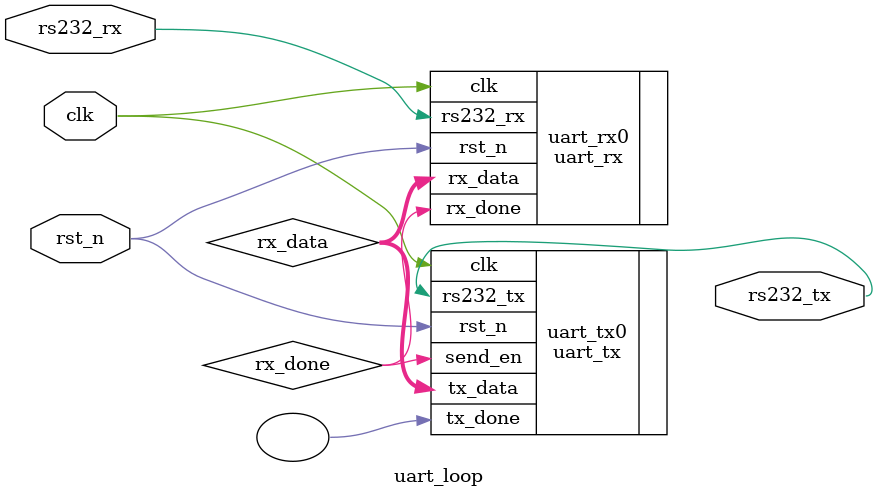
<source format=v>
module uart_loop  #(
        parameter SYS_FRENCY = 50_000_000 ,//时钟
        parameter BAUD_FRENCY =38400       //波特率
    )(
        input  clk,
        input  rst_n,
        input  rs232_rx,
        output rs232_tx
    );
wire       rx_done;
wire [7:0] rx_data;
uart_tx  #(
         .SYS_FRENCY  (SYS_FRENCY), //系统频率50M
         .BAUD_FRENCY (BAUD_FRENCY) //波特率
    )  uart_tx0
(
    .clk        (clk),
    .rst_n      (rst_n),
    .send_en    (rx_done),   //发数据控制信号，脉冲触发
    .tx_data    (rx_data),
    .rs232_tx   (rs232_tx),
    .tx_done    ()
    );

uart_rx  #(
        .SYS_FRENCY  (SYS_FRENCY), //系统频率50M
        .BAUD_FRENCY (BAUD_FRENCY) //波特率
    ) uart_rx0
(
    .clk       (clk) ,
    .rst_n     (rst_n) ,
    .rs232_rx  (rs232_rx) ,
    .rx_done   (rx_done) ,
    .rx_data   (rx_data)
    );
endmodule

</source>
